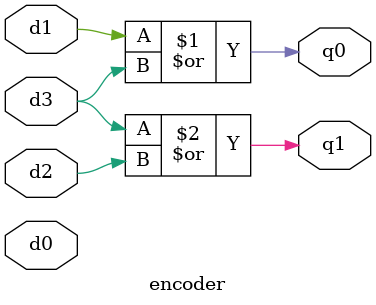
<source format=v>
`timescale 1ns / 1ps


module encoder(d0,d1,d2,d3,q0,q1);
input d0,d1,d2,d3;
output q0,q1;

or(q0,d1,d3);
or(q1,d3,d2);

endmodule

</source>
